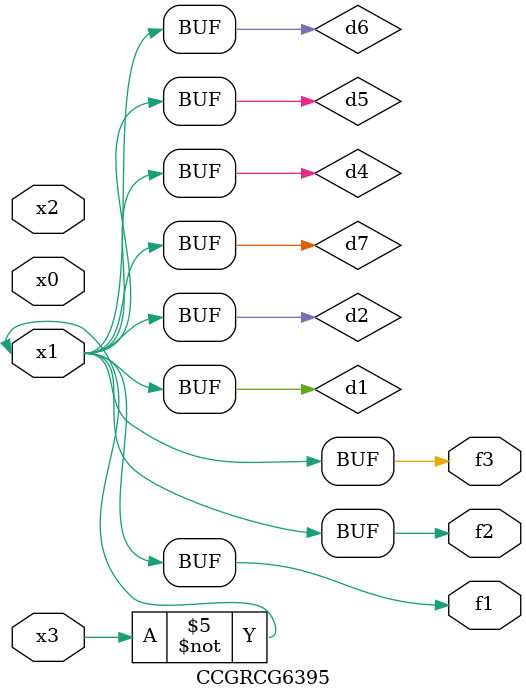
<source format=v>
module CCGRCG6395(
	input x0, x1, x2, x3,
	output f1, f2, f3
);

	wire d1, d2, d3, d4, d5, d6, d7;

	not (d1, x3);
	buf (d2, x1);
	xnor (d3, d1, d2);
	nor (d4, d1);
	buf (d5, d1, d2);
	buf (d6, d4, d5);
	nand (d7, d4);
	assign f1 = d6;
	assign f2 = d7;
	assign f3 = d6;
endmodule

</source>
